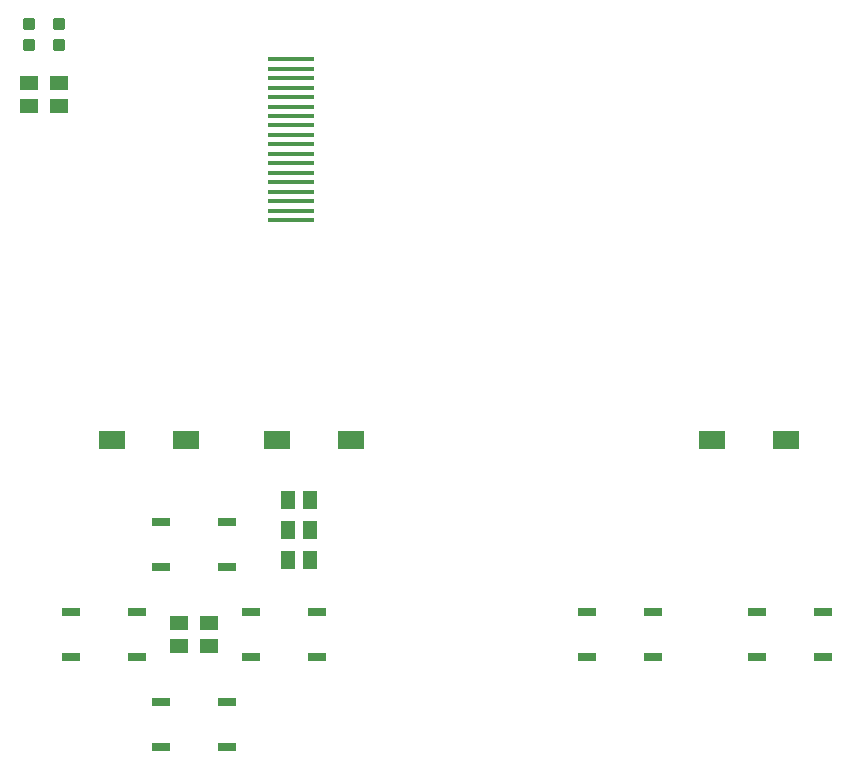
<source format=gbr>
G04 EAGLE Gerber RS-274X export*
G75*
%MOMM*%
%FSLAX34Y34*%
%LPD*%
%INSolderpaste Top*%
%IPPOS*%
%AMOC8*
5,1,8,0,0,1.08239X$1,22.5*%
G01*
%ADD10R,1.300000X1.500000*%
%ADD11R,1.500000X1.300000*%
%ADD12R,1.524000X0.762000*%
%ADD13R,2.300000X1.600000*%
%ADD14R,4.000000X0.400000*%
%ADD15C,0.300000*%


D10*
X263500Y368300D03*
X244500Y368300D03*
X263500Y342900D03*
X244500Y342900D03*
D11*
X177800Y244500D03*
X177800Y263500D03*
D10*
X263500Y317500D03*
X244500Y317500D03*
D11*
X152400Y244500D03*
X152400Y263500D03*
D12*
X497840Y273050D03*
X553720Y273050D03*
X497840Y234950D03*
X553720Y234950D03*
X641350Y273050D03*
X697230Y273050D03*
X641350Y234950D03*
X697230Y234950D03*
X137160Y196850D03*
X193040Y196850D03*
X137160Y158750D03*
X193040Y158750D03*
X60960Y273050D03*
X116840Y273050D03*
X60960Y234950D03*
X116840Y234950D03*
D13*
X603500Y419100D03*
X666500Y419100D03*
D12*
X213360Y273050D03*
X269240Y273050D03*
X213360Y234950D03*
X269240Y234950D03*
D13*
X95500Y419100D03*
X158500Y419100D03*
X235200Y419100D03*
X298200Y419100D03*
D12*
X193040Y311150D03*
X137160Y311150D03*
X193040Y349250D03*
X137160Y349250D03*
D14*
X247000Y677100D03*
X247000Y669100D03*
X247000Y685100D03*
X247000Y693100D03*
X247000Y701100D03*
X247000Y709100D03*
X247000Y717100D03*
X247000Y725100D03*
X247000Y661100D03*
X247000Y653100D03*
X247000Y645100D03*
X247000Y637100D03*
X247000Y629100D03*
X247000Y621100D03*
X247000Y733100D03*
X247000Y741100D03*
X247000Y613100D03*
X247000Y605100D03*
D11*
X25400Y720700D03*
X25400Y701700D03*
X50800Y720700D03*
X50800Y701700D03*
D15*
X28900Y756730D02*
X21900Y756730D01*
X28900Y756730D02*
X28900Y749730D01*
X21900Y749730D01*
X21900Y756730D01*
X21900Y752580D02*
X28900Y752580D01*
X28900Y755430D02*
X21900Y755430D01*
X21900Y774270D02*
X28900Y774270D01*
X28900Y767270D01*
X21900Y767270D01*
X21900Y774270D01*
X21900Y770120D02*
X28900Y770120D01*
X28900Y772970D02*
X21900Y772970D01*
X47300Y756730D02*
X54300Y756730D01*
X54300Y749730D01*
X47300Y749730D01*
X47300Y756730D01*
X47300Y752580D02*
X54300Y752580D01*
X54300Y755430D02*
X47300Y755430D01*
X47300Y774270D02*
X54300Y774270D01*
X54300Y767270D01*
X47300Y767270D01*
X47300Y774270D01*
X47300Y770120D02*
X54300Y770120D01*
X54300Y772970D02*
X47300Y772970D01*
M02*

</source>
